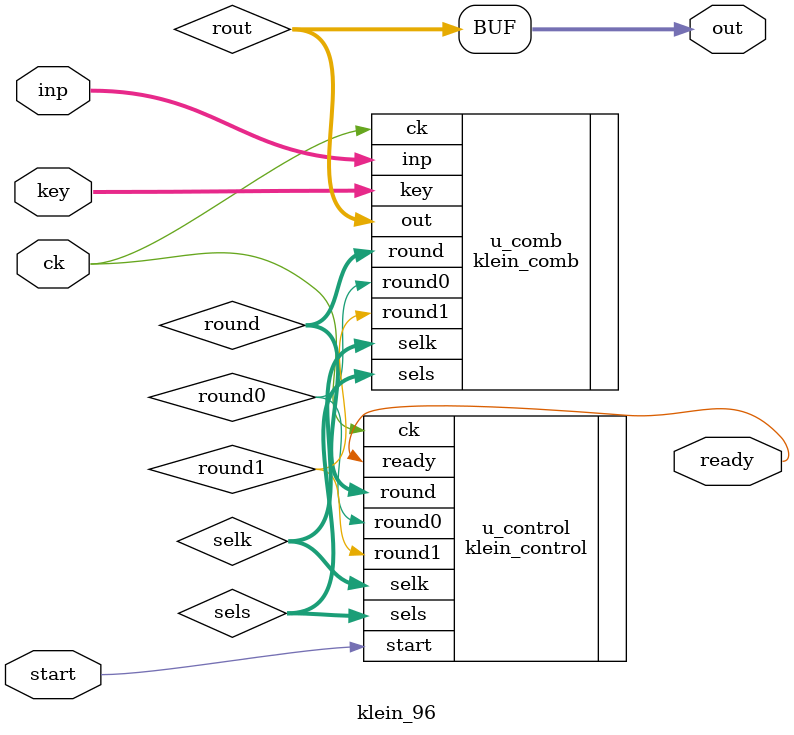
<source format=v>
module  klein_96  ( start , inp , key , ck , ready , out ) ;


input   start ;
input   [0:7]  inp ;  // Data input
input   [0:7]  key ;  // Key input
input   ck ; // Rising edge clock

output  ready ;
output  [0:7]  out ;  // Data output

wire    round0 ,round1 ;
wire    [0:4]  round ;
wire    [0:7]  rout;
wire    [0:3]  sels;
wire    [0:4]  selk;


//( start , ck , rn , round0 ,  round, active , ready, sels, selk )
klein_control  u_control  (
  .start   ( start   ) ,
  .ck      ( ck      ) ,
  .round0  ( round0  ) ,
  .round1  ( round1  ) ,
  .round   ( round   ) ,
  .ready   ( ready   ) ,
  .sels    ( sels    ) ,
  .selk    ( selk    ) 
) ;

//( inp, key, round0, round, sels, selk, out, clk, rst) 
klein_comb  u_comb  (
  .inp     ( inp    ), 
  .key     ( key    ), 
  .round0  ( round0 ), 
  .round1  ( round1 ),  
  .ck      ( ck     ) ,
  .round   ( round  ),
  .sels    ( sels   ),
  .selk    ( selk   ), 
  .out     ( rout   )
) ;

assign  out  =  rout ;


endmodule

</source>
